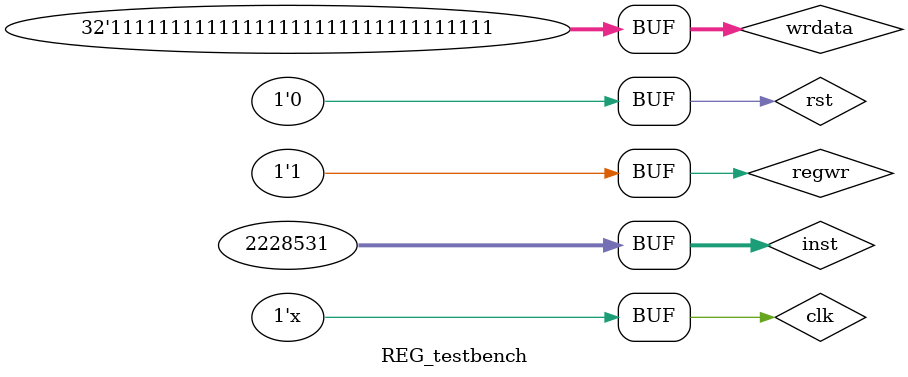
<source format=v>
`timescale 1ns / 1ps


module REG_testbench();
reg clk, rst, regwr;
reg[31:0] inst, wrdata;
wire[31:0] rs1data, rs2data;
wire wb_update;

REG dut(
.clk(clk),
.rst(rst),
.regwr(regwr),
.inst(inst),
.wrdata(wrdata),
.rs1data(rs1data),
.rs2data(rs2data),
.wb_update(wb_update)
);


initial begin
clk = 0;
rst = 1;
regwr = 0;
end

always #5 clk = ~clk;

initial begin
#5 inst = 32'b000000000000_00110_00111_000_00010_0110011;//rs1 = r6, rs2 = r7, rd = r2, this is ADD just for testing, it will not perform the adding
#5 rst = 0;
#5 wrdata = 32'hffffffff;
#5 regwr = 1;
#5 inst = 32'b000000000000_00010_00100_000_00010_0110011;//rs1 = r2, rs2 = r7, rd = r2, this is ADD just for testing, it will not perform the adding
end



























endmodule

</source>
